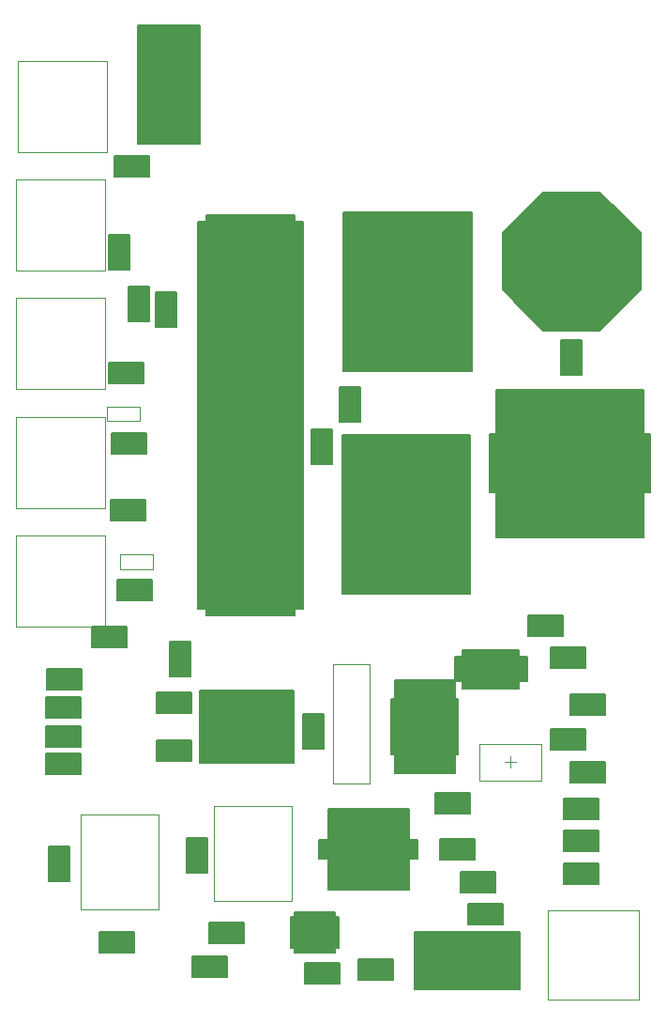
<source format=gbr>
%TF.GenerationSoftware,Altium Limited,Altium Designer,24.10.1 (45)*%
G04 Layer_Color=32768*
%FSLAX25Y25*%
%MOIN*%
%TF.SameCoordinates,F49E7BB8-28A7-4C0D-84C7-1FE184DCB0B3*%
%TF.FilePolarity,Positive*%
%TF.FileFunction,Other,Mechanical_15*%
%TF.Part,Single*%
G01*
G75*
%TA.AperFunction,NonConductor*%
%ADD47C,0.00600*%
%ADD74C,0.00394*%
%ADD76C,0.00100*%
%ADD77C,0.00197*%
G36*
X308000Y406000D02*
X286079D01*
Y448000D01*
X308000D01*
Y406000D01*
D02*
G37*
G36*
X290150Y394350D02*
X277850D01*
Y401650D01*
X290150D01*
Y394350D01*
D02*
G37*
G36*
X283150Y361350D02*
X275850D01*
Y373650D01*
X283150D01*
Y361350D01*
D02*
G37*
G36*
X290150Y342850D02*
X282850D01*
Y355150D01*
X290150D01*
Y342850D01*
D02*
G37*
G36*
X299650Y340850D02*
X292350D01*
Y353150D01*
X299650D01*
Y340850D01*
D02*
G37*
G36*
X464600Y374425D02*
Y354166D01*
X450129Y339695D01*
X429871D01*
X415400Y354166D01*
Y374425D01*
X429871Y388895D01*
X450129D01*
X464600Y374425D01*
D02*
G37*
G36*
X404622Y325118D02*
X359122D01*
Y381418D01*
X404622D01*
Y325118D01*
D02*
G37*
G36*
X443650Y323850D02*
X436350D01*
Y336150D01*
X443650D01*
Y323850D01*
D02*
G37*
G36*
X288150Y320850D02*
X275850D01*
Y328150D01*
X288150D01*
Y320850D01*
D02*
G37*
G36*
X365150Y307350D02*
X357850D01*
Y319650D01*
X365150D01*
Y307350D01*
D02*
G37*
G36*
X289150Y295850D02*
X276850D01*
Y303150D01*
X289150D01*
Y295850D01*
D02*
G37*
G36*
X355150Y292350D02*
X347850D01*
Y304650D01*
X355150D01*
Y292350D01*
D02*
G37*
G36*
X288650Y272350D02*
X276350D01*
Y279650D01*
X288650D01*
Y272350D01*
D02*
G37*
G36*
X465675Y302750D02*
X468025D01*
Y282250D01*
X465675D01*
Y266300D01*
X413275D01*
Y282250D01*
X410925D01*
Y302750D01*
X413275D01*
Y318700D01*
X465675D01*
Y302750D01*
D02*
G37*
G36*
X404126Y246315D02*
X358626D01*
Y302615D01*
X404126D01*
Y246315D01*
D02*
G37*
G36*
X291150Y243850D02*
X278850D01*
Y251150D01*
X291150D01*
Y243850D01*
D02*
G37*
G36*
X341750Y378100D02*
X344600D01*
Y240900D01*
X341750D01*
Y238500D01*
X310250D01*
Y240900D01*
X307400D01*
Y378100D01*
X310250D01*
Y380500D01*
X341750D01*
Y378100D01*
D02*
G37*
G36*
X437150Y231350D02*
X424850D01*
Y238650D01*
X437150D01*
Y231350D01*
D02*
G37*
G36*
X282150Y227350D02*
X269850D01*
Y234650D01*
X282150D01*
Y227350D01*
D02*
G37*
G36*
X445150Y219850D02*
X432850D01*
Y227150D01*
X445150D01*
Y219850D01*
D02*
G37*
G36*
X304650Y216850D02*
X297350D01*
Y229150D01*
X304650D01*
Y216850D01*
D02*
G37*
G36*
X421550Y223750D02*
X424300D01*
Y215250D01*
X421550D01*
Y212700D01*
X401450D01*
Y215250D01*
X398700D01*
Y223750D01*
X401450D01*
Y226300D01*
X421550D01*
Y223750D01*
D02*
G37*
G36*
X266150Y212350D02*
X253850D01*
Y219650D01*
X266150D01*
Y212350D01*
D02*
G37*
G36*
X305150Y203850D02*
X292850D01*
Y211150D01*
X305150D01*
Y203850D01*
D02*
G37*
G36*
X452150Y203350D02*
X439850D01*
Y210650D01*
X452150D01*
Y203350D01*
D02*
G37*
G36*
X265650Y202350D02*
X253350D01*
Y209650D01*
X265650D01*
Y202350D01*
D02*
G37*
G36*
Y191850D02*
X253350D01*
Y199150D01*
X265650D01*
Y191850D01*
D02*
G37*
G36*
X352150Y191350D02*
X344850D01*
Y203650D01*
X352150D01*
Y191350D01*
D02*
G37*
G36*
X445150Y190850D02*
X432850D01*
Y198150D01*
X445150D01*
Y190850D01*
D02*
G37*
G36*
X305150Y186850D02*
X292850D01*
Y194150D01*
X305150D01*
Y186850D01*
D02*
G37*
G36*
X337500Y211900D02*
X341450D01*
Y186300D01*
X337500D01*
X337505Y186342D01*
X311909D01*
Y186300D01*
X307959D01*
Y211900D01*
X311909D01*
Y211942D01*
X337505D01*
X337500Y211900D01*
D02*
G37*
G36*
X398600Y208850D02*
X399850D01*
Y189150D01*
X398600D01*
Y182600D01*
X377400D01*
Y189150D01*
X376150D01*
Y208850D01*
X377400D01*
Y215400D01*
X398600D01*
Y208850D01*
D02*
G37*
G36*
X265650Y182350D02*
X253350D01*
Y189650D01*
X265650D01*
Y182350D01*
D02*
G37*
G36*
X452150Y179350D02*
X439850D01*
Y186650D01*
X452150D01*
Y179350D01*
D02*
G37*
G36*
X404150Y168350D02*
X391850D01*
Y175650D01*
X404150D01*
Y168350D01*
D02*
G37*
G36*
X449650Y166350D02*
X437350D01*
Y173650D01*
X449650D01*
Y166350D01*
D02*
G37*
G36*
Y154850D02*
X437350D01*
Y162150D01*
X449650D01*
Y154850D01*
D02*
G37*
G36*
X405650Y151850D02*
X393350D01*
Y159150D01*
X405650D01*
Y151850D01*
D02*
G37*
G36*
X310650Y147300D02*
X303350D01*
Y159600D01*
X310650D01*
Y147300D01*
D02*
G37*
G36*
X261650Y144350D02*
X254350D01*
Y156650D01*
X261650D01*
Y144350D01*
D02*
G37*
G36*
X449650Y143350D02*
X437350D01*
Y150650D01*
X449650D01*
Y143350D01*
D02*
G37*
G36*
X382400Y158850D02*
X385550D01*
Y152150D01*
X382400D01*
Y141100D01*
X353600D01*
Y152150D01*
X350450D01*
Y158850D01*
X353600D01*
Y169900D01*
X382400D01*
Y158850D01*
D02*
G37*
G36*
X413150Y140350D02*
X400850D01*
Y147650D01*
X413150D01*
Y140350D01*
D02*
G37*
G36*
X415650Y128850D02*
X403350D01*
Y136150D01*
X415650D01*
Y128850D01*
D02*
G37*
G36*
X323650Y122350D02*
X311350D01*
Y129650D01*
X323650D01*
Y122350D01*
D02*
G37*
G36*
X356052Y131488D02*
X357430D01*
Y120512D01*
X356052D01*
Y118898D01*
X341848D01*
Y120512D01*
X340470D01*
Y131488D01*
X341848D01*
Y133102D01*
X356052D01*
Y131488D01*
D02*
G37*
G36*
X284600Y118850D02*
X272300D01*
Y126150D01*
X284600D01*
Y118850D01*
D02*
G37*
G36*
X317650Y110350D02*
X305350D01*
Y117650D01*
X317650D01*
Y110350D01*
D02*
G37*
G36*
X376650Y109350D02*
X364350D01*
Y116650D01*
X376650D01*
Y109350D01*
D02*
G37*
G36*
X357600Y107850D02*
X345300D01*
Y115150D01*
X357600D01*
Y107850D01*
D02*
G37*
G36*
X421700Y105758D02*
X384300D01*
Y126250D01*
X421700D01*
Y105758D01*
D02*
G37*
D47*
X468025Y282250D02*
Y302750D01*
X465675Y282250D02*
X468025D01*
X410925D02*
X413275D01*
X410925D02*
Y302750D01*
X413275D01*
X465675D02*
X468025D01*
X465675D02*
Y318700D01*
Y266300D02*
Y282250D01*
X413275Y266300D02*
X465675D01*
X413275D02*
Y282250D01*
Y302750D02*
Y318700D01*
X465675D01*
X292350Y353150D02*
X299650D01*
Y340850D02*
Y353150D01*
X292350Y340850D02*
X299650D01*
X292350D02*
Y353150D01*
X282850Y342850D02*
Y355150D01*
Y342850D02*
X290150D01*
Y355150D01*
X282850D02*
X290150D01*
X358626Y246315D02*
Y302615D01*
X404126D01*
Y246315D02*
Y302615D01*
X358626Y246315D02*
X404126D01*
X377400Y182600D02*
X398600D01*
X377400D02*
Y189150D01*
X376150D02*
X377400D01*
X376150D02*
Y208850D01*
X377400D01*
Y215400D01*
X398600D01*
Y208850D02*
Y215400D01*
Y208850D02*
X399850D01*
Y189150D02*
Y208850D01*
X398600Y189150D02*
X399850D01*
X398600Y182600D02*
Y189150D01*
X384300Y105758D02*
X421700D01*
X384300D02*
Y126250D01*
X421700D01*
Y105758D02*
Y126250D01*
X347850Y292350D02*
Y304650D01*
Y292350D02*
X355150D01*
Y304650D01*
X347850D02*
X355150D01*
X286079Y448000D02*
X308000D01*
X286079Y406000D02*
Y448000D01*
Y406000D02*
X308000D01*
Y448000D01*
X415650Y128850D02*
Y136150D01*
X403350Y128850D02*
X415650D01*
X403350D02*
Y136150D01*
X415650D01*
X413150Y140350D02*
Y147650D01*
X400850Y140350D02*
X413150D01*
X400850D02*
Y147650D01*
X413150D01*
X393350Y151850D02*
Y159150D01*
X405650D01*
Y151850D02*
Y159150D01*
X393350Y151850D02*
X405650D01*
X353600Y169900D02*
X382400D01*
X353600Y158850D02*
Y169900D01*
Y141100D02*
Y152150D01*
Y141100D02*
X382400D01*
Y152150D01*
Y158850D02*
Y169900D01*
Y158850D02*
X385550D01*
X350450D02*
X353600D01*
X350450Y152150D02*
Y158850D01*
Y152150D02*
X353600D01*
X382400D02*
X385550D01*
Y158850D01*
X266150Y212350D02*
Y219650D01*
X253850Y212350D02*
X266150D01*
X253850D02*
Y219650D01*
X266150D01*
X305150Y186850D02*
Y194150D01*
X292850Y186850D02*
X305150D01*
X292850D02*
Y194150D01*
X305150D01*
Y203850D02*
Y211150D01*
X292850Y203850D02*
X305150D01*
X292850D02*
Y211150D01*
X305150D01*
X289150Y295850D02*
Y303150D01*
X276850Y295850D02*
X289150D01*
X276850D02*
Y303150D01*
X289150D01*
X278850Y243850D02*
Y251150D01*
X291150D01*
Y243850D02*
Y251150D01*
X278850Y243850D02*
X291150D01*
X276350Y272350D02*
Y279650D01*
X288650D01*
Y272350D02*
Y279650D01*
X276350Y272350D02*
X288650D01*
X275850Y320850D02*
Y328150D01*
X288150D01*
Y320850D02*
Y328150D01*
X275850Y320850D02*
X288150D01*
X277850Y394350D02*
Y401650D01*
X290150D01*
Y394350D02*
Y401650D01*
X277850Y394350D02*
X290150D01*
X269850Y227350D02*
Y234650D01*
X282150D01*
Y227350D02*
Y234650D01*
X269850Y227350D02*
X282150D01*
X275850Y373650D02*
X283150D01*
Y361350D02*
Y373650D01*
X275850Y361350D02*
X283150D01*
X275850D02*
Y373650D01*
X253350Y182350D02*
Y189650D01*
X265650D01*
Y182350D02*
Y189650D01*
X253350Y182350D02*
X265650D01*
Y191850D02*
Y199150D01*
X253350Y191850D02*
X265650D01*
X253350D02*
Y199150D01*
X265650D01*
Y202350D02*
Y209650D01*
X253350Y202350D02*
X265650D01*
X253350D02*
Y209650D01*
X265650D01*
X307400Y240900D02*
Y378100D01*
X310250D01*
X341750D02*
X344600D01*
Y240900D02*
Y378100D01*
X341750Y240900D02*
X344600D01*
X307400D02*
X310250D01*
Y238500D02*
Y240900D01*
Y378100D02*
Y380500D01*
X341750D01*
Y378100D02*
Y380500D01*
Y238500D02*
Y240900D01*
X310250Y238500D02*
X341750D01*
X359122Y325118D02*
X404622D01*
Y381418D01*
X359122D02*
X404622D01*
X359122Y325118D02*
Y381418D01*
X344850Y203650D02*
X352150D01*
Y191350D02*
Y203650D01*
X344850Y191350D02*
X352150D01*
X344850D02*
Y203650D01*
X357850Y319650D02*
X365150D01*
Y307350D02*
Y319650D01*
X357850Y307350D02*
X365150D01*
X357850D02*
Y319650D01*
X303350Y147300D02*
X310650D01*
X303350D02*
Y159600D01*
X310650D01*
Y147300D02*
Y159600D01*
X311350Y122350D02*
Y129650D01*
X323650D01*
Y122350D02*
Y129650D01*
X311350Y122350D02*
X323650D01*
X305350Y110350D02*
Y117650D01*
X317650D01*
Y110350D02*
Y117650D01*
X305350Y110350D02*
X317650D01*
X437350Y143350D02*
Y150650D01*
X449650D01*
Y143350D02*
Y150650D01*
X437350Y143350D02*
X449650D01*
X297350Y229150D02*
X304650D01*
Y216850D02*
Y229150D01*
X297350Y216850D02*
X304650D01*
X297350D02*
Y229150D01*
X432850Y219850D02*
Y227150D01*
X445150D01*
Y219850D02*
Y227150D01*
X432850Y219850D02*
X445150D01*
X439850Y203350D02*
Y210650D01*
X452150D01*
Y203350D02*
Y210650D01*
X439850Y203350D02*
X452150D01*
X254350Y144350D02*
X261650D01*
X254350D02*
Y156650D01*
X261650D01*
Y144350D02*
Y156650D01*
X272300Y118850D02*
Y126150D01*
X284600D01*
Y118850D02*
Y126150D01*
X272300Y118850D02*
X284600D01*
X432850Y190850D02*
Y198150D01*
X445150D01*
Y190850D02*
Y198150D01*
X432850Y190850D02*
X445150D01*
X437350Y154850D02*
Y162150D01*
X449650D01*
Y154850D02*
Y162150D01*
X437350Y154850D02*
X449650D01*
X391850Y168350D02*
Y175650D01*
X404150D01*
Y168350D02*
Y175650D01*
X391850Y168350D02*
X404150D01*
X345300Y107850D02*
Y115150D01*
X357600D01*
Y107850D02*
Y115150D01*
X345300Y107850D02*
X357600D01*
X436350Y336150D02*
X443650D01*
Y323850D02*
Y336150D01*
X436350Y323850D02*
X443650D01*
X436350D02*
Y336150D01*
X439850Y179350D02*
Y186650D01*
X452150D01*
Y179350D02*
Y186650D01*
X439850Y179350D02*
X452150D01*
X437350Y166350D02*
Y173650D01*
X449650D01*
Y166350D02*
Y173650D01*
X437350Y166350D02*
X449650D01*
X357430Y120512D02*
Y131488D01*
X356052Y120512D02*
X357430D01*
X340470D02*
X341848D01*
X340470D02*
Y131488D01*
X341848D01*
X356052D02*
X357430D01*
X356052D02*
Y133102D01*
Y118898D02*
Y120512D01*
X341848Y118898D02*
X356052D01*
X341848D02*
Y120512D01*
Y131488D02*
Y133102D01*
X356052D01*
X364350Y109350D02*
X376650D01*
Y116650D01*
X364350D02*
X376650D01*
X364350Y109350D02*
Y116650D01*
X424850Y231350D02*
X437150D01*
Y238650D01*
X424850D02*
X437150D01*
X424850Y231350D02*
Y238650D01*
X398700Y215250D02*
Y223750D01*
X401450D01*
X421550D02*
X424300D01*
Y215250D02*
Y223750D01*
X421550Y215250D02*
X424300D01*
X398700D02*
X401450D01*
Y212700D02*
Y215250D01*
Y223750D02*
Y226300D01*
X421550D01*
Y223750D02*
Y226300D01*
Y212700D02*
Y215250D01*
X401450Y212700D02*
X421550D01*
X307959Y186300D02*
Y211900D01*
Y186300D02*
X341450D01*
X307959Y211900D02*
X341450D01*
Y186300D02*
Y211900D01*
D74*
X418500Y184531D02*
Y188469D01*
X416532Y186500D02*
X420469D01*
D76*
X464600Y354166D02*
Y374425D01*
X450129Y339695D02*
X464600Y354166D01*
X429871Y339695D02*
X450129D01*
X415400Y354166D02*
X429871Y339695D01*
X415400Y354166D02*
Y374425D01*
X429871Y388895D01*
X450129D01*
X464600Y374425D01*
D77*
X275193Y307441D02*
Y312559D01*
X286807D01*
Y307441D02*
Y312559D01*
X275193Y307441D02*
X286807D01*
X279693Y254941D02*
X291307D01*
Y260059D01*
X279693D02*
X291307D01*
X279693Y254941D02*
Y260059D01*
X274992Y402982D02*
Y435265D01*
X243299Y402982D02*
X274992D01*
X243299D02*
Y435265D01*
X274992D01*
X274492Y234582D02*
Y266865D01*
X242799Y234582D02*
X274492D01*
X242799D02*
Y266865D01*
X274492D01*
Y360882D02*
Y393165D01*
X242799Y360882D02*
X274492D01*
X242799D02*
Y393165D01*
X274492D01*
Y318782D02*
Y351065D01*
X242799Y318782D02*
X274492D01*
X242799D02*
Y351065D01*
X274492D01*
Y276682D02*
Y308965D01*
X242799Y276682D02*
X274492D01*
X242799D02*
Y308965D01*
X274492D01*
X355504Y178740D02*
Y221260D01*
Y178740D02*
X368496D01*
Y221260D01*
X355504D02*
X368496D01*
X313221Y137248D02*
Y170752D01*
X340779D01*
Y137248D02*
Y170752D01*
X313221Y137248D02*
X340779D01*
X407476Y192996D02*
X429524D01*
X407476Y180004D02*
X429524D01*
X407476D02*
Y192996D01*
X429524Y180004D02*
Y192996D01*
X431835Y133992D02*
X464118D01*
Y102299D02*
Y133992D01*
X431835Y102299D02*
X464118D01*
X431835D02*
Y133992D01*
X265721Y134248D02*
X293280D01*
Y167752D01*
X265721D02*
X293280D01*
X265721Y134248D02*
Y167752D01*
%TF.MD5,12e4c10c9f35e9f598c6bcd8fa3cd655*%
M02*

</source>
